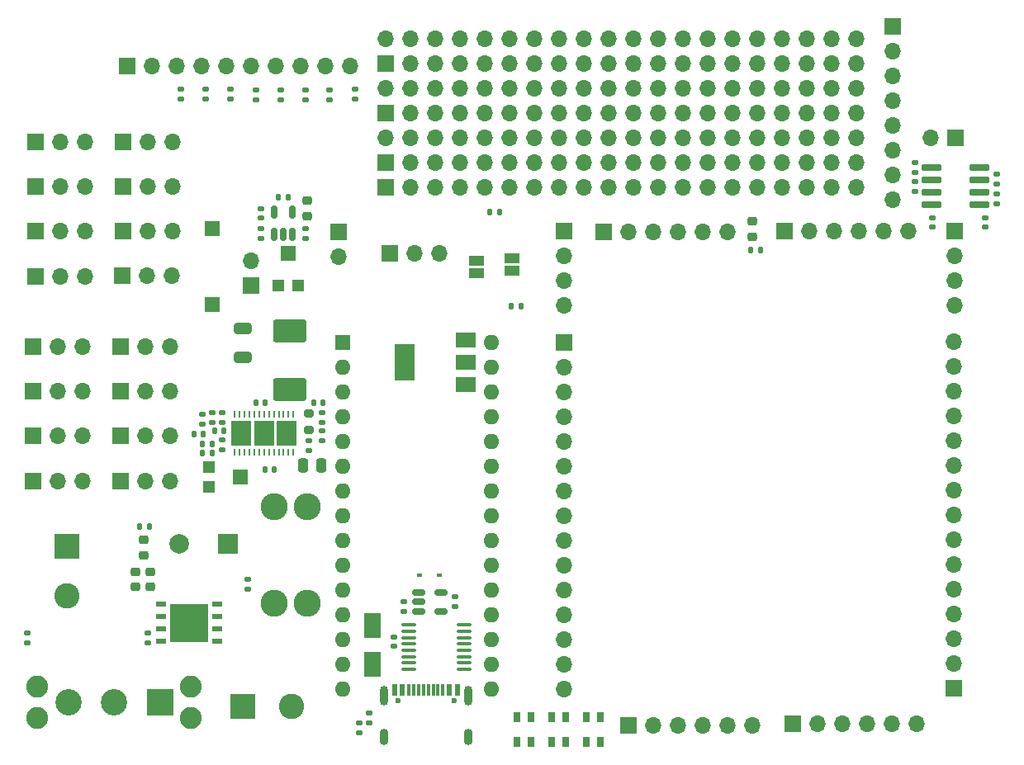
<source format=gbr>
%TF.GenerationSoftware,KiCad,Pcbnew,(6.0.1)*%
%TF.CreationDate,2022-03-16T16:12:45-04:00*%
%TF.ProjectId,2_679_PCB,325f3637-395f-4504-9342-2e6b69636164,rev?*%
%TF.SameCoordinates,Original*%
%TF.FileFunction,Soldermask,Top*%
%TF.FilePolarity,Negative*%
%FSLAX46Y46*%
G04 Gerber Fmt 4.6, Leading zero omitted, Abs format (unit mm)*
G04 Created by KiCad (PCBNEW (6.0.1)) date 2022-03-16 16:12:45*
%MOMM*%
%LPD*%
G01*
G04 APERTURE LIST*
G04 Aperture macros list*
%AMRoundRect*
0 Rectangle with rounded corners*
0 $1 Rounding radius*
0 $2 $3 $4 $5 $6 $7 $8 $9 X,Y pos of 4 corners*
0 Add a 4 corners polygon primitive as box body*
4,1,4,$2,$3,$4,$5,$6,$7,$8,$9,$2,$3,0*
0 Add four circle primitives for the rounded corners*
1,1,$1+$1,$2,$3*
1,1,$1+$1,$4,$5*
1,1,$1+$1,$6,$7*
1,1,$1+$1,$8,$9*
0 Add four rect primitives between the rounded corners*
20,1,$1+$1,$2,$3,$4,$5,0*
20,1,$1+$1,$4,$5,$6,$7,0*
20,1,$1+$1,$6,$7,$8,$9,0*
20,1,$1+$1,$8,$9,$2,$3,0*%
G04 Aperture macros list end*
%ADD10R,1.700000X1.700000*%
%ADD11O,1.700000X1.700000*%
%ADD12RoundRect,0.135000X0.185000X-0.135000X0.185000X0.135000X-0.185000X0.135000X-0.185000X-0.135000X0*%
%ADD13RoundRect,0.135000X-0.185000X0.135000X-0.185000X-0.135000X0.185000X-0.135000X0.185000X0.135000X0*%
%ADD14R,1.500000X1.000000*%
%ADD15RoundRect,0.135000X-0.135000X-0.185000X0.135000X-0.185000X0.135000X0.185000X-0.135000X0.185000X0*%
%ADD16RoundRect,0.200000X-0.275000X0.200000X-0.275000X-0.200000X0.275000X-0.200000X0.275000X0.200000X0*%
%ADD17R,0.228600X0.762000*%
%ADD18R,2.000000X2.500000*%
%ADD19R,1.500000X1.500000*%
%ADD20RoundRect,0.250000X-0.250000X-0.475000X0.250000X-0.475000X0.250000X0.475000X-0.250000X0.475000X0*%
%ADD21R,2.000000X1.500000*%
%ADD22R,2.000000X3.800000*%
%ADD23RoundRect,0.150000X0.150000X-0.512500X0.150000X0.512500X-0.150000X0.512500X-0.150000X-0.512500X0*%
%ADD24R,2.700000X2.700000*%
%ADD25C,2.700000*%
%ADD26C,2.250000*%
%ADD27RoundRect,0.042000X0.943000X0.258000X-0.943000X0.258000X-0.943000X-0.258000X0.943000X-0.258000X0*%
%ADD28RoundRect,0.218750X0.256250X-0.218750X0.256250X0.218750X-0.256250X0.218750X-0.256250X-0.218750X0*%
%ADD29R,2.600000X2.600000*%
%ADD30C,2.600000*%
%ADD31RoundRect,0.147500X-0.172500X0.147500X-0.172500X-0.147500X0.172500X-0.147500X0.172500X0.147500X0*%
%ADD32R,1.800000X2.500000*%
%ADD33RoundRect,0.140000X0.140000X0.170000X-0.140000X0.170000X-0.140000X-0.170000X0.140000X-0.170000X0*%
%ADD34RoundRect,0.140000X-0.140000X-0.170000X0.140000X-0.170000X0.140000X0.170000X-0.140000X0.170000X0*%
%ADD35RoundRect,0.140000X-0.170000X0.140000X-0.170000X-0.140000X0.170000X-0.140000X0.170000X0.140000X0*%
%ADD36R,1.100000X0.500000*%
%ADD37R,4.000000X4.000000*%
%ADD38R,0.600000X0.450000*%
%ADD39R,0.800000X1.000000*%
%ADD40C,2.780000*%
%ADD41RoundRect,0.140000X0.170000X-0.140000X0.170000X0.140000X-0.170000X0.140000X-0.170000X-0.140000X0*%
%ADD42RoundRect,0.100000X0.637500X0.100000X-0.637500X0.100000X-0.637500X-0.100000X0.637500X-0.100000X0*%
%ADD43R,1.600000X1.600000*%
%ADD44O,1.600000X1.600000*%
%ADD45RoundRect,0.218750X-0.256250X0.218750X-0.256250X-0.218750X0.256250X-0.218750X0.256250X0.218750X0*%
%ADD46R,2.000000X2.000000*%
%ADD47C,2.000000*%
%ADD48R,1.200000X1.200000*%
%ADD49R,1.600000X1.500000*%
%ADD50RoundRect,0.235000X1.465000X-0.940000X1.465000X0.940000X-1.465000X0.940000X-1.465000X-0.940000X0*%
%ADD51R,1.500000X1.600000*%
%ADD52RoundRect,0.250000X-0.650000X0.325000X-0.650000X-0.325000X0.650000X-0.325000X0.650000X0.325000X0*%
%ADD53C,0.600000*%
%ADD54R,0.600000X1.160000*%
%ADD55R,0.300000X1.160000*%
%ADD56O,0.900000X2.000000*%
%ADD57O,0.900000X1.700000*%
%ADD58RoundRect,0.150000X-0.512500X-0.150000X0.512500X-0.150000X0.512500X0.150000X-0.512500X0.150000X0*%
G04 APERTURE END LIST*
D10*
%TO.C,J14*%
X162000000Y-98500000D03*
D11*
X164540000Y-98500000D03*
X167080000Y-98500000D03*
X169620000Y-98500000D03*
X172160000Y-98500000D03*
X174700000Y-98500000D03*
%TD*%
D12*
%TO.C,R33*%
X115265200Y-140718000D03*
X115265200Y-139698000D03*
%TD*%
D10*
%TO.C,J24*%
X103775000Y-89275000D03*
D11*
X106315000Y-89275000D03*
X108855000Y-89275000D03*
%TD*%
D12*
%TO.C,R17*%
X126365000Y-84965000D03*
X126365000Y-83945000D03*
%TD*%
%TO.C,R19*%
X131445000Y-84965000D03*
X131445000Y-83945000D03*
%TD*%
D10*
%TO.C,J20*%
X103775000Y-103075000D03*
D11*
X106315000Y-103075000D03*
X108855000Y-103075000D03*
%TD*%
D13*
%TO.C,R24*%
X193929000Y-91440000D03*
X193929000Y-92460000D03*
%TD*%
%TO.C,R5*%
X122936000Y-119835200D03*
X122936000Y-120855200D03*
%TD*%
D10*
%TO.C,REF\u002A\u002A*%
X139700000Y-91440000D03*
D11*
X139700000Y-88900000D03*
X142240000Y-91440000D03*
X142240000Y-88900000D03*
X144780000Y-91440000D03*
X144780000Y-88900000D03*
X147320000Y-91440000D03*
X147320000Y-88900000D03*
X149860000Y-91440000D03*
X149860000Y-88900000D03*
X152400000Y-91440000D03*
X152400000Y-88900000D03*
X154940000Y-91440000D03*
X154940000Y-88900000D03*
X157480000Y-91440000D03*
X157480000Y-88900000D03*
X160020000Y-91440000D03*
X160020000Y-88900000D03*
X162560000Y-91440000D03*
X162560000Y-88900000D03*
X165100000Y-91440000D03*
X165100000Y-88900000D03*
X167640000Y-91440000D03*
X167640000Y-88900000D03*
X170180000Y-91440000D03*
X170180000Y-88900000D03*
X172720000Y-91440000D03*
X172720000Y-88900000D03*
X175260000Y-91440000D03*
X175260000Y-88900000D03*
X177800000Y-91440000D03*
X177800000Y-88900000D03*
X180340000Y-91440000D03*
X180340000Y-88900000D03*
X182880000Y-91440000D03*
X182880000Y-88900000D03*
X185420000Y-91440000D03*
X185420000Y-88900000D03*
X187960000Y-91440000D03*
X187960000Y-88900000D03*
%TD*%
D13*
%TO.C,R13*%
X131500000Y-98190000D03*
X131500000Y-99210000D03*
%TD*%
D14*
%TO.C,JP3*%
X152654000Y-102504000D03*
X152654000Y-101204000D03*
%TD*%
D12*
%TO.C,R2*%
X121894600Y-118061200D03*
X121894600Y-117041200D03*
%TD*%
D15*
%TO.C,R12*%
X128690000Y-95000000D03*
X129710000Y-95000000D03*
%TD*%
D16*
%TO.C,R1*%
X131800600Y-117183400D03*
X131800600Y-118833400D03*
%TD*%
D10*
%TO.C,REF\u002A\u002A*%
X139700000Y-81280000D03*
D11*
X139700000Y-78740000D03*
X142240000Y-81280000D03*
X142240000Y-78740000D03*
X144780000Y-81280000D03*
X144780000Y-78740000D03*
X147320000Y-81280000D03*
X147320000Y-78740000D03*
X149860000Y-81280000D03*
X149860000Y-78740000D03*
X152400000Y-81280000D03*
X152400000Y-78740000D03*
X154940000Y-81280000D03*
X154940000Y-78740000D03*
X157480000Y-81280000D03*
X157480000Y-78740000D03*
X160020000Y-81280000D03*
X160020000Y-78740000D03*
X162560000Y-81280000D03*
X162560000Y-78740000D03*
X165100000Y-81280000D03*
X165100000Y-78740000D03*
X167640000Y-81280000D03*
X167640000Y-78740000D03*
X170180000Y-81280000D03*
X170180000Y-78740000D03*
X172720000Y-81280000D03*
X172720000Y-78740000D03*
X175260000Y-81280000D03*
X175260000Y-78740000D03*
X177800000Y-81280000D03*
X177800000Y-78740000D03*
X180340000Y-81280000D03*
X180340000Y-78740000D03*
X182880000Y-81280000D03*
X182880000Y-78740000D03*
X185420000Y-81280000D03*
X185420000Y-78740000D03*
X187960000Y-81280000D03*
X187960000Y-78740000D03*
%TD*%
D17*
%TO.C,U1*%
X124228598Y-121145300D03*
X124728600Y-121145300D03*
X125228599Y-121145300D03*
X125728600Y-121145300D03*
X126228599Y-121145300D03*
X126728598Y-121145300D03*
X127228600Y-121145300D03*
X127728599Y-121145300D03*
X128228601Y-121145300D03*
X128728600Y-121145300D03*
X129228599Y-121145300D03*
X129728600Y-121145300D03*
X130228599Y-121145300D03*
X130228602Y-117259100D03*
X129728600Y-117259100D03*
X129228601Y-117259100D03*
X128728600Y-117259100D03*
X128228601Y-117259100D03*
X127728602Y-117259100D03*
X127228600Y-117259100D03*
X126728601Y-117259100D03*
X126228599Y-117259100D03*
X125728600Y-117259100D03*
X125228601Y-117259100D03*
X124728600Y-117259100D03*
X124228601Y-117259100D03*
D18*
X127228600Y-119202200D03*
X124891800Y-119202200D03*
X129565400Y-119202200D03*
%TD*%
D10*
%TO.C,J4*%
X158000000Y-98460000D03*
D11*
X158000000Y-101000000D03*
X158000000Y-103540000D03*
X158000000Y-106080000D03*
%TD*%
D13*
%TO.C,R30*%
X137972800Y-147878800D03*
X137972800Y-148898800D03*
%TD*%
D19*
%TO.C,SW2*%
X121920000Y-106008000D03*
X121920000Y-98208000D03*
%TD*%
D20*
%TO.C,C9*%
X131193800Y-122478800D03*
X133093800Y-122478800D03*
%TD*%
D10*
%TO.C,J12*%
X112500000Y-124075000D03*
D11*
X115040000Y-124075000D03*
X117580000Y-124075000D03*
%TD*%
D21*
%TO.C,U5*%
X147930000Y-114187000D03*
X147930000Y-111887000D03*
D22*
X141630000Y-111887000D03*
D21*
X147930000Y-109587000D03*
%TD*%
D23*
%TO.C,U3*%
X128230000Y-98802500D03*
X129180000Y-98802500D03*
X130130000Y-98802500D03*
X130130000Y-96527500D03*
X128230000Y-96527500D03*
%TD*%
D12*
%TO.C,R16*%
X123800000Y-84910000D03*
X123800000Y-83890000D03*
%TD*%
D10*
%TO.C,R10*%
X125875000Y-104040000D03*
D11*
X125875000Y-101500000D03*
%TD*%
D12*
%TO.C,R29*%
X136956800Y-149961600D03*
X136956800Y-148941600D03*
%TD*%
D10*
%TO.C,REF\u002A\u002A*%
X139700000Y-93980000D03*
D11*
X142240000Y-93980000D03*
X144780000Y-93980000D03*
X147320000Y-93980000D03*
X149860000Y-93980000D03*
X152400000Y-93980000D03*
X154940000Y-93980000D03*
X157480000Y-93980000D03*
X160020000Y-93980000D03*
X162560000Y-93980000D03*
X165100000Y-93980000D03*
X167640000Y-93980000D03*
X170180000Y-93980000D03*
X172720000Y-93980000D03*
X175260000Y-93980000D03*
X177800000Y-93980000D03*
X180340000Y-93980000D03*
X182880000Y-93980000D03*
X185420000Y-93980000D03*
X187960000Y-93980000D03*
%TD*%
D10*
%TO.C,JP1*%
X134874000Y-98552000D03*
D11*
X134874000Y-101092000D03*
%TD*%
D24*
%TO.C,SW1*%
X116535200Y-146761200D03*
D25*
X111835200Y-146761200D03*
X107135200Y-146761200D03*
D26*
X119735200Y-148361200D03*
X119735200Y-145161200D03*
X103935200Y-148361200D03*
X103935200Y-145161200D03*
%TD*%
D10*
%TO.C,J28*%
X140096000Y-100711000D03*
D11*
X142636000Y-100711000D03*
X145176000Y-100711000D03*
%TD*%
D10*
%TO.C,J10*%
X112500000Y-114875000D03*
D11*
X115040000Y-114875000D03*
X117580000Y-114875000D03*
%TD*%
D27*
%TO.C,U4*%
X200590000Y-95758000D03*
X200590000Y-94488000D03*
X200590000Y-93218000D03*
X200590000Y-91948000D03*
X195650000Y-91948000D03*
X195650000Y-93218000D03*
X195650000Y-94488000D03*
X195650000Y-95758000D03*
%TD*%
D28*
%TO.C,D7*%
X131673600Y-96901100D03*
X131673600Y-95326100D03*
%TD*%
D29*
%TO.C,J5*%
X106984800Y-130810000D03*
D30*
X106984800Y-135890000D03*
%TD*%
D31*
%TO.C,D1*%
X133197600Y-117082100D03*
X133197600Y-118052100D03*
%TD*%
D15*
%TO.C,R28*%
X150366000Y-96520000D03*
X151386000Y-96520000D03*
%TD*%
D10*
%TO.C,J18*%
X198000000Y-98450000D03*
D11*
X198000000Y-100990000D03*
X198000000Y-103530000D03*
X198000000Y-106070000D03*
%TD*%
D12*
%TO.C,R11*%
X126900000Y-99200000D03*
X126900000Y-98180000D03*
%TD*%
D10*
%TO.C,J2*%
X158000000Y-109855000D03*
D11*
X158000000Y-112395000D03*
X158000000Y-114935000D03*
X158000000Y-117475000D03*
X158000000Y-120015000D03*
X158000000Y-122555000D03*
X158000000Y-125095000D03*
X158000000Y-127635000D03*
X158000000Y-130175000D03*
X158000000Y-132715000D03*
X158000000Y-135255000D03*
X158000000Y-137795000D03*
X158000000Y-140335000D03*
X158000000Y-142875000D03*
X158000000Y-145415000D03*
%TD*%
D32*
%TO.C,D9*%
X138328400Y-142919200D03*
X138328400Y-138919200D03*
%TD*%
D33*
%TO.C,C8*%
X121892000Y-121234200D03*
X120932000Y-121234200D03*
%TD*%
D15*
%TO.C,R27*%
X152525000Y-106172000D03*
X153545000Y-106172000D03*
%TD*%
D10*
%TO.C,J22*%
X112735000Y-89275000D03*
D11*
X115275000Y-89275000D03*
X117815000Y-89275000D03*
%TD*%
D10*
%TO.C,J25*%
X112735000Y-93875000D03*
D11*
X115275000Y-93875000D03*
X117815000Y-93875000D03*
%TD*%
D33*
%TO.C,C5*%
X123136600Y-118948200D03*
X122176600Y-118948200D03*
%TD*%
D34*
%TO.C,C2*%
X126367600Y-116027200D03*
X127327600Y-116027200D03*
%TD*%
D10*
%TO.C,J7*%
X103500000Y-119475000D03*
D11*
X106040000Y-119475000D03*
X108580000Y-119475000D03*
%TD*%
D10*
%TO.C,REF\u002A\u002A*%
X139700000Y-86360000D03*
D11*
X139700000Y-83820000D03*
X142240000Y-86360000D03*
X142240000Y-83820000D03*
X144780000Y-86360000D03*
X144780000Y-83820000D03*
X147320000Y-86360000D03*
X147320000Y-83820000D03*
X149860000Y-86360000D03*
X149860000Y-83820000D03*
X152400000Y-86360000D03*
X152400000Y-83820000D03*
X154940000Y-86360000D03*
X154940000Y-83820000D03*
X157480000Y-86360000D03*
X157480000Y-83820000D03*
X160020000Y-86360000D03*
X160020000Y-83820000D03*
X162560000Y-86360000D03*
X162560000Y-83820000D03*
X165100000Y-86360000D03*
X165100000Y-83820000D03*
X167640000Y-86360000D03*
X167640000Y-83820000D03*
X170180000Y-86360000D03*
X170180000Y-83820000D03*
X172720000Y-86360000D03*
X172720000Y-83820000D03*
X175260000Y-86360000D03*
X175260000Y-83820000D03*
X177800000Y-86360000D03*
X177800000Y-83820000D03*
X180340000Y-86360000D03*
X180340000Y-83820000D03*
X182880000Y-86360000D03*
X182880000Y-83820000D03*
X185420000Y-86360000D03*
X185420000Y-83820000D03*
X187960000Y-86360000D03*
X187960000Y-83820000D03*
%TD*%
D35*
%TO.C,C10*%
X201168000Y-97056000D03*
X201168000Y-98016000D03*
%TD*%
D28*
%TO.C,D3*%
X115595400Y-134975700D03*
X115595400Y-133400700D03*
%TD*%
D36*
%TO.C,U2*%
X116632400Y-136728200D03*
X116632400Y-137998200D03*
X116632400Y-139268200D03*
X116632400Y-140538200D03*
X122432400Y-140538200D03*
X122432400Y-139268200D03*
X122432400Y-137998200D03*
X122432400Y-136728200D03*
D37*
X119532400Y-138633200D03*
%TD*%
D12*
%TO.C,R21*%
X136525000Y-84910000D03*
X136525000Y-83890000D03*
%TD*%
D38*
%TO.C,D10*%
X145220400Y-133756400D03*
X143120400Y-133756400D03*
%TD*%
D39*
%TO.C,D5*%
X158129200Y-148356000D03*
X156729200Y-148356000D03*
X156729200Y-150856000D03*
X158129200Y-150856000D03*
%TD*%
D33*
%TO.C,C1*%
X128292800Y-122885200D03*
X127332800Y-122885200D03*
%TD*%
D39*
%TO.C,D6*%
X154573200Y-148356000D03*
X153173200Y-148356000D03*
X153173200Y-150856000D03*
X154573200Y-150856000D03*
%TD*%
D13*
%TO.C,R3*%
X120904000Y-117219000D03*
X120904000Y-118239000D03*
%TD*%
%TO.C,R9*%
X125526800Y-134211600D03*
X125526800Y-135231600D03*
%TD*%
D12*
%TO.C,R18*%
X128905000Y-84965000D03*
X128905000Y-83945000D03*
%TD*%
%TO.C,R20*%
X133900000Y-84965000D03*
X133900000Y-83945000D03*
%TD*%
D13*
%TO.C,R23*%
X202311000Y-92581000D03*
X202311000Y-93601000D03*
%TD*%
D40*
%TO.C,F1*%
X128219200Y-136615200D03*
X131619200Y-136615200D03*
X128219200Y-126695200D03*
X131619200Y-126695200D03*
%TD*%
D33*
%TO.C,C7*%
X120975000Y-119253000D03*
X120015000Y-119253000D03*
%TD*%
D41*
%TO.C,C14*%
X146812000Y-136928800D03*
X146812000Y-135968800D03*
%TD*%
D10*
%TO.C,J27*%
X113161600Y-81509000D03*
D11*
X115701600Y-81509000D03*
X118241600Y-81509000D03*
X120781600Y-81509000D03*
X123321600Y-81509000D03*
X125861600Y-81509000D03*
X128401600Y-81509000D03*
X130941600Y-81509000D03*
X133481600Y-81509000D03*
X136021600Y-81509000D03*
%TD*%
D10*
%TO.C,J9*%
X103500000Y-124075000D03*
D11*
X106040000Y-124075000D03*
X108580000Y-124075000D03*
%TD*%
D28*
%TO.C,D11*%
X113995200Y-134950300D03*
X113995200Y-133375300D03*
%TD*%
D41*
%TO.C,C13*%
X140563600Y-141020800D03*
X140563600Y-140060800D03*
%TD*%
D10*
%TO.C,J16*%
X180594000Y-98475000D03*
D11*
X183134000Y-98475000D03*
X185674000Y-98475000D03*
X188214000Y-98475000D03*
X190754000Y-98475000D03*
X193294000Y-98475000D03*
%TD*%
D41*
%TO.C,C12*%
X126873000Y-97127000D03*
X126873000Y-96167000D03*
%TD*%
D10*
%TO.C,J13*%
X112500000Y-110275000D03*
D11*
X115040000Y-110275000D03*
X117580000Y-110275000D03*
%TD*%
D42*
%TO.C,U6*%
X147744100Y-143397400D03*
X147744100Y-142747400D03*
X147744100Y-142097400D03*
X147744100Y-141447400D03*
X147744100Y-140797400D03*
X147744100Y-140147400D03*
X147744100Y-139497400D03*
X147744100Y-138847400D03*
X142019100Y-138847400D03*
X142019100Y-139497400D03*
X142019100Y-140147400D03*
X142019100Y-140797400D03*
X142019100Y-141447400D03*
X142019100Y-142097400D03*
X142019100Y-142747400D03*
X142019100Y-143397400D03*
%TD*%
D33*
%TO.C,C3*%
X133271200Y-116052600D03*
X132311200Y-116052600D03*
%TD*%
D29*
%TO.C,J1*%
X125069600Y-147218400D03*
D30*
X130069600Y-147218400D03*
%TD*%
D12*
%TO.C,R14*%
X118700000Y-84910000D03*
X118700000Y-83890000D03*
%TD*%
D43*
%TO.C,A1*%
X135265000Y-109855000D03*
D44*
X135265000Y-112395000D03*
X135265000Y-114935000D03*
X135265000Y-117475000D03*
X135265000Y-120015000D03*
X135265000Y-122555000D03*
X135265000Y-125095000D03*
X135265000Y-127635000D03*
X135265000Y-130175000D03*
X135265000Y-132715000D03*
X135265000Y-135255000D03*
X135265000Y-137795000D03*
X135265000Y-140335000D03*
X135265000Y-142875000D03*
X135265000Y-145415000D03*
X150505000Y-145415000D03*
X150505000Y-142875000D03*
X150505000Y-140335000D03*
X150505000Y-137795000D03*
X150505000Y-135255000D03*
X150505000Y-132715000D03*
X150505000Y-130175000D03*
X150505000Y-127635000D03*
X150505000Y-125095000D03*
X150505000Y-122555000D03*
X150505000Y-120015000D03*
X150505000Y-117475000D03*
X150505000Y-114935000D03*
X150505000Y-112395000D03*
X150505000Y-109855000D03*
%TD*%
D13*
%TO.C,R31*%
X141579600Y-136446800D03*
X141579600Y-137466800D03*
%TD*%
D45*
%TO.C,D2*%
X114909600Y-130124100D03*
X114909600Y-131699100D03*
%TD*%
D15*
%TO.C,R6*%
X114450400Y-128778000D03*
X115470400Y-128778000D03*
%TD*%
D46*
%TO.C,BZ2*%
X123545600Y-130556000D03*
D47*
X118545600Y-130556000D03*
%TD*%
D10*
%TO.C,J8*%
X103500000Y-110275000D03*
D11*
X106040000Y-110275000D03*
X108580000Y-110275000D03*
%TD*%
D48*
%TO.C,RV1*%
X128700000Y-104000000D03*
D49*
X129700000Y-100750000D03*
D48*
X130700000Y-104000000D03*
%TD*%
D13*
%TO.C,R32*%
X102971600Y-139698000D03*
X102971600Y-140718000D03*
%TD*%
D35*
%TO.C,C11*%
X195707000Y-97056000D03*
X195707000Y-98016000D03*
%TD*%
D50*
%TO.C,L1*%
X129895600Y-114734200D03*
X129895600Y-108684200D03*
%TD*%
D10*
%TO.C,J6*%
X103500000Y-114875000D03*
D11*
X106040000Y-114875000D03*
X108580000Y-114875000D03*
%TD*%
D48*
%TO.C,RV2*%
X121540800Y-122698000D03*
D51*
X124790800Y-123698000D03*
D48*
X121540800Y-124698000D03*
%TD*%
D33*
%TO.C,C6*%
X121892000Y-120269000D03*
X120932000Y-120269000D03*
%TD*%
D10*
%TO.C,JP2*%
X198125000Y-88900000D03*
D11*
X195585000Y-88900000D03*
%TD*%
D10*
%TO.C,J17*%
X181460000Y-149000000D03*
D11*
X184000000Y-149000000D03*
X186540000Y-149000000D03*
X189080000Y-149000000D03*
X191620000Y-149000000D03*
X194160000Y-149000000D03*
%TD*%
D10*
%TO.C,J11*%
X112500000Y-119475000D03*
D11*
X115040000Y-119475000D03*
X117580000Y-119475000D03*
%TD*%
D12*
%TO.C,R22*%
X202311000Y-95633000D03*
X202311000Y-94613000D03*
%TD*%
D10*
%TO.C,J21*%
X103775000Y-93875000D03*
D11*
X106315000Y-93875000D03*
X108855000Y-93875000D03*
%TD*%
D52*
%TO.C,C4*%
X125069600Y-108456200D03*
X125069600Y-111406200D03*
%TD*%
D14*
%TO.C,JP4*%
X148971000Y-101458000D03*
X148971000Y-102758000D03*
%TD*%
D10*
%TO.C,J23*%
X112735000Y-98475000D03*
D11*
X115275000Y-98475000D03*
X117815000Y-98475000D03*
%TD*%
D10*
%TO.C,J29*%
X191643000Y-77470000D03*
D11*
X191643000Y-80010000D03*
X191643000Y-82550000D03*
X191643000Y-85090000D03*
X191643000Y-87630000D03*
X191643000Y-90170000D03*
X191643000Y-92710000D03*
X191643000Y-95250000D03*
%TD*%
D15*
%TO.C,R26*%
X177088800Y-100380800D03*
X178108800Y-100380800D03*
%TD*%
D10*
%TO.C,J15*%
X164601600Y-149130000D03*
D11*
X167141600Y-149130000D03*
X169681600Y-149130000D03*
X172221600Y-149130000D03*
X174761600Y-149130000D03*
X177301600Y-149130000D03*
%TD*%
D53*
%TO.C,J30*%
X146704800Y-146620600D03*
X140924800Y-146620600D03*
D54*
X140614800Y-145560600D03*
X141414800Y-145560600D03*
D55*
X142564800Y-145560600D03*
X143564800Y-145560600D03*
X144064800Y-145560600D03*
X145064800Y-145560600D03*
D54*
X146214800Y-145560600D03*
X147014800Y-145560600D03*
X147014800Y-145560600D03*
X146214800Y-145560600D03*
D55*
X145564800Y-145560600D03*
X144564800Y-145560600D03*
X143064800Y-145560600D03*
X142064800Y-145560600D03*
D54*
X141414800Y-145560600D03*
X140614800Y-145560600D03*
D56*
X139494800Y-146140600D03*
D57*
X139494800Y-150310600D03*
D56*
X148134800Y-146140600D03*
D57*
X148134800Y-150310600D03*
%TD*%
D10*
%TO.C,J3*%
X197975000Y-145385000D03*
D11*
X197975000Y-142845000D03*
X197975000Y-140305000D03*
X197975000Y-137765000D03*
X197975000Y-135225000D03*
X197975000Y-132685000D03*
X197975000Y-130145000D03*
X197975000Y-127605000D03*
X197975000Y-125065000D03*
X197975000Y-122525000D03*
X197975000Y-119985000D03*
X197975000Y-117445000D03*
X197975000Y-114905000D03*
X197975000Y-112365000D03*
X197975000Y-109825000D03*
%TD*%
D12*
%TO.C,R8*%
X131800600Y-120982200D03*
X131800600Y-119962200D03*
%TD*%
%TO.C,R25*%
X193929000Y-94365000D03*
X193929000Y-93345000D03*
%TD*%
%TO.C,R7*%
X133197600Y-119991600D03*
X133197600Y-118971600D03*
%TD*%
D58*
%TO.C,U7*%
X143083700Y-135549600D03*
X143083700Y-136499600D03*
X143083700Y-137449600D03*
X145358700Y-137449600D03*
X145358700Y-135549600D03*
%TD*%
D10*
%TO.C,J26*%
X103775000Y-98475000D03*
D11*
X106315000Y-98475000D03*
X108855000Y-98475000D03*
%TD*%
D13*
%TO.C,R4*%
X122936000Y-117041200D03*
X122936000Y-118061200D03*
%TD*%
D10*
%TO.C,J19*%
X112650000Y-103050000D03*
D11*
X115190000Y-103050000D03*
X117730000Y-103050000D03*
%TD*%
D39*
%TO.C,D4*%
X161685200Y-148356000D03*
X160285200Y-148356000D03*
X160285200Y-150856000D03*
X161685200Y-150856000D03*
%TD*%
D12*
%TO.C,R15*%
X121200000Y-84910000D03*
X121200000Y-83890000D03*
%TD*%
D28*
%TO.C,D8*%
X177292000Y-99034700D03*
X177292000Y-97459700D03*
%TD*%
M02*

</source>
